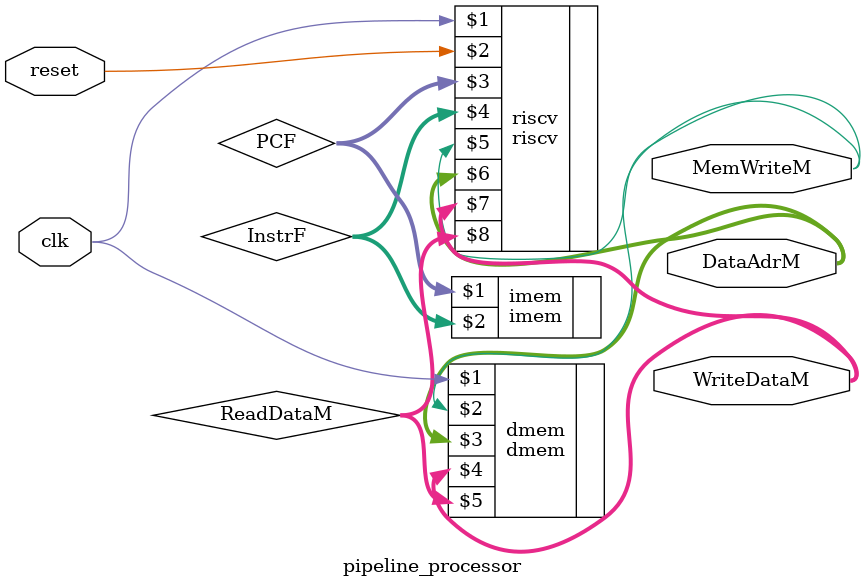
<source format=v>
module pipeline_processor(input clk, reset,  
                          output  [31:0] WriteDataM, DataAdrM,  
                          output MemWriteM); 
 
  wire [31:0] PCF, InstrF, ReadDataM; 
   
  // instantiate processor and memories 
  riscv riscv(clk, reset, PCF, InstrF, MemWriteM, DataAdrM,  
              WriteDataM, ReadDataM); 
  imem imem(PCF, InstrF); 
  dmem dmem(clk, MemWriteM, DataAdrM, WriteDataM, ReadDataM); 
endmodule 

</source>
